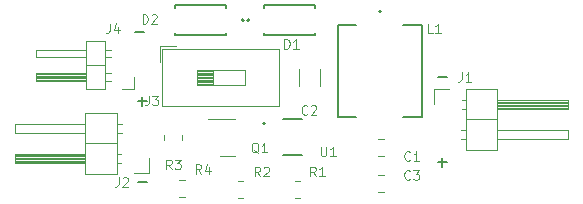
<source format=gto>
%TF.GenerationSoftware,KiCad,Pcbnew,8.0.1*%
%TF.CreationDate,2024-04-05T16:28:00+11:00*%
%TF.ProjectId,Tiny Solar Supply,54696e79-2053-46f6-9c61-722053757070,rev?*%
%TF.SameCoordinates,Original*%
%TF.FileFunction,Legend,Top*%
%TF.FilePolarity,Positive*%
%FSLAX46Y46*%
G04 Gerber Fmt 4.6, Leading zero omitted, Abs format (unit mm)*
G04 Created by KiCad (PCBNEW 8.0.1) date 2024-04-05 16:28:00*
%MOMM*%
%LPD*%
G01*
G04 APERTURE LIST*
%ADD10C,0.150000*%
%ADD11C,0.100000*%
%ADD12C,0.120000*%
%ADD13C,0.127000*%
%ADD14C,0.200000*%
%ADD15C,0.152400*%
G04 APERTURE END LIST*
D10*
X150958779Y-113280866D02*
X151720684Y-113280866D01*
X176612779Y-124288866D02*
X177374684Y-124288866D01*
X176993731Y-124669819D02*
X176993731Y-123907914D01*
X151212779Y-119122866D02*
X151974684Y-119122866D01*
X151593731Y-119503819D02*
X151593731Y-118741914D01*
X151212779Y-125980866D02*
X151974684Y-125980866D01*
X176612779Y-117090866D02*
X177374684Y-117090866D01*
D11*
X161423809Y-123541085D02*
X161347619Y-123502990D01*
X161347619Y-123502990D02*
X161271428Y-123426800D01*
X161271428Y-123426800D02*
X161157142Y-123312514D01*
X161157142Y-123312514D02*
X161080952Y-123274419D01*
X161080952Y-123274419D02*
X161004761Y-123274419D01*
X161042857Y-123464895D02*
X160966666Y-123426800D01*
X160966666Y-123426800D02*
X160890476Y-123350609D01*
X160890476Y-123350609D02*
X160852380Y-123198228D01*
X160852380Y-123198228D02*
X160852380Y-122931561D01*
X160852380Y-122931561D02*
X160890476Y-122779180D01*
X160890476Y-122779180D02*
X160966666Y-122702990D01*
X160966666Y-122702990D02*
X161042857Y-122664895D01*
X161042857Y-122664895D02*
X161195238Y-122664895D01*
X161195238Y-122664895D02*
X161271428Y-122702990D01*
X161271428Y-122702990D02*
X161347619Y-122779180D01*
X161347619Y-122779180D02*
X161385714Y-122931561D01*
X161385714Y-122931561D02*
X161385714Y-123198228D01*
X161385714Y-123198228D02*
X161347619Y-123350609D01*
X161347619Y-123350609D02*
X161271428Y-123426800D01*
X161271428Y-123426800D02*
X161195238Y-123464895D01*
X161195238Y-123464895D02*
X161042857Y-123464895D01*
X162147618Y-123464895D02*
X161690475Y-123464895D01*
X161919047Y-123464895D02*
X161919047Y-122664895D01*
X161919047Y-122664895D02*
X161842856Y-122779180D01*
X161842856Y-122779180D02*
X161766666Y-122855371D01*
X161766666Y-122855371D02*
X161690475Y-122893466D01*
X151609524Y-112564895D02*
X151609524Y-111764895D01*
X151609524Y-111764895D02*
X151800000Y-111764895D01*
X151800000Y-111764895D02*
X151914286Y-111802990D01*
X151914286Y-111802990D02*
X151990476Y-111879180D01*
X151990476Y-111879180D02*
X152028571Y-111955371D01*
X152028571Y-111955371D02*
X152066667Y-112107752D01*
X152066667Y-112107752D02*
X152066667Y-112222038D01*
X152066667Y-112222038D02*
X152028571Y-112374419D01*
X152028571Y-112374419D02*
X151990476Y-112450609D01*
X151990476Y-112450609D02*
X151914286Y-112526800D01*
X151914286Y-112526800D02*
X151800000Y-112564895D01*
X151800000Y-112564895D02*
X151609524Y-112564895D01*
X152371428Y-111841085D02*
X152409524Y-111802990D01*
X152409524Y-111802990D02*
X152485714Y-111764895D01*
X152485714Y-111764895D02*
X152676190Y-111764895D01*
X152676190Y-111764895D02*
X152752381Y-111802990D01*
X152752381Y-111802990D02*
X152790476Y-111841085D01*
X152790476Y-111841085D02*
X152828571Y-111917276D01*
X152828571Y-111917276D02*
X152828571Y-111993466D01*
X152828571Y-111993466D02*
X152790476Y-112107752D01*
X152790476Y-112107752D02*
X152333333Y-112564895D01*
X152333333Y-112564895D02*
X152828571Y-112564895D01*
X156566667Y-125264895D02*
X156300000Y-124883942D01*
X156109524Y-125264895D02*
X156109524Y-124464895D01*
X156109524Y-124464895D02*
X156414286Y-124464895D01*
X156414286Y-124464895D02*
X156490476Y-124502990D01*
X156490476Y-124502990D02*
X156528571Y-124541085D01*
X156528571Y-124541085D02*
X156566667Y-124617276D01*
X156566667Y-124617276D02*
X156566667Y-124731561D01*
X156566667Y-124731561D02*
X156528571Y-124807752D01*
X156528571Y-124807752D02*
X156490476Y-124845847D01*
X156490476Y-124845847D02*
X156414286Y-124883942D01*
X156414286Y-124883942D02*
X156109524Y-124883942D01*
X157252381Y-124731561D02*
X157252381Y-125264895D01*
X157061905Y-124426800D02*
X156871428Y-124998228D01*
X156871428Y-124998228D02*
X157366667Y-124998228D01*
X161566667Y-125464895D02*
X161300000Y-125083942D01*
X161109524Y-125464895D02*
X161109524Y-124664895D01*
X161109524Y-124664895D02*
X161414286Y-124664895D01*
X161414286Y-124664895D02*
X161490476Y-124702990D01*
X161490476Y-124702990D02*
X161528571Y-124741085D01*
X161528571Y-124741085D02*
X161566667Y-124817276D01*
X161566667Y-124817276D02*
X161566667Y-124931561D01*
X161566667Y-124931561D02*
X161528571Y-125007752D01*
X161528571Y-125007752D02*
X161490476Y-125045847D01*
X161490476Y-125045847D02*
X161414286Y-125083942D01*
X161414286Y-125083942D02*
X161109524Y-125083942D01*
X161871428Y-124741085D02*
X161909524Y-124702990D01*
X161909524Y-124702990D02*
X161985714Y-124664895D01*
X161985714Y-124664895D02*
X162176190Y-124664895D01*
X162176190Y-124664895D02*
X162252381Y-124702990D01*
X162252381Y-124702990D02*
X162290476Y-124741085D01*
X162290476Y-124741085D02*
X162328571Y-124817276D01*
X162328571Y-124817276D02*
X162328571Y-124893466D01*
X162328571Y-124893466D02*
X162290476Y-125007752D01*
X162290476Y-125007752D02*
X161833333Y-125464895D01*
X161833333Y-125464895D02*
X162328571Y-125464895D01*
X174266667Y-125688704D02*
X174228571Y-125726800D01*
X174228571Y-125726800D02*
X174114286Y-125764895D01*
X174114286Y-125764895D02*
X174038095Y-125764895D01*
X174038095Y-125764895D02*
X173923809Y-125726800D01*
X173923809Y-125726800D02*
X173847619Y-125650609D01*
X173847619Y-125650609D02*
X173809524Y-125574419D01*
X173809524Y-125574419D02*
X173771428Y-125422038D01*
X173771428Y-125422038D02*
X173771428Y-125307752D01*
X173771428Y-125307752D02*
X173809524Y-125155371D01*
X173809524Y-125155371D02*
X173847619Y-125079180D01*
X173847619Y-125079180D02*
X173923809Y-125002990D01*
X173923809Y-125002990D02*
X174038095Y-124964895D01*
X174038095Y-124964895D02*
X174114286Y-124964895D01*
X174114286Y-124964895D02*
X174228571Y-125002990D01*
X174228571Y-125002990D02*
X174266667Y-125041085D01*
X174533333Y-124964895D02*
X175028571Y-124964895D01*
X175028571Y-124964895D02*
X174761905Y-125269657D01*
X174761905Y-125269657D02*
X174876190Y-125269657D01*
X174876190Y-125269657D02*
X174952381Y-125307752D01*
X174952381Y-125307752D02*
X174990476Y-125345847D01*
X174990476Y-125345847D02*
X175028571Y-125422038D01*
X175028571Y-125422038D02*
X175028571Y-125612514D01*
X175028571Y-125612514D02*
X174990476Y-125688704D01*
X174990476Y-125688704D02*
X174952381Y-125726800D01*
X174952381Y-125726800D02*
X174876190Y-125764895D01*
X174876190Y-125764895D02*
X174647619Y-125764895D01*
X174647619Y-125764895D02*
X174571428Y-125726800D01*
X174571428Y-125726800D02*
X174533333Y-125688704D01*
X163609524Y-114664895D02*
X163609524Y-113864895D01*
X163609524Y-113864895D02*
X163800000Y-113864895D01*
X163800000Y-113864895D02*
X163914286Y-113902990D01*
X163914286Y-113902990D02*
X163990476Y-113979180D01*
X163990476Y-113979180D02*
X164028571Y-114055371D01*
X164028571Y-114055371D02*
X164066667Y-114207752D01*
X164066667Y-114207752D02*
X164066667Y-114322038D01*
X164066667Y-114322038D02*
X164028571Y-114474419D01*
X164028571Y-114474419D02*
X163990476Y-114550609D01*
X163990476Y-114550609D02*
X163914286Y-114626800D01*
X163914286Y-114626800D02*
X163800000Y-114664895D01*
X163800000Y-114664895D02*
X163609524Y-114664895D01*
X164828571Y-114664895D02*
X164371428Y-114664895D01*
X164600000Y-114664895D02*
X164600000Y-113864895D01*
X164600000Y-113864895D02*
X164523809Y-113979180D01*
X164523809Y-113979180D02*
X164447619Y-114055371D01*
X164447619Y-114055371D02*
X164371428Y-114093466D01*
X149593333Y-125548895D02*
X149593333Y-126120323D01*
X149593333Y-126120323D02*
X149555238Y-126234609D01*
X149555238Y-126234609D02*
X149479047Y-126310800D01*
X149479047Y-126310800D02*
X149364762Y-126348895D01*
X149364762Y-126348895D02*
X149288571Y-126348895D01*
X149936190Y-125625085D02*
X149974286Y-125586990D01*
X149974286Y-125586990D02*
X150050476Y-125548895D01*
X150050476Y-125548895D02*
X150240952Y-125548895D01*
X150240952Y-125548895D02*
X150317143Y-125586990D01*
X150317143Y-125586990D02*
X150355238Y-125625085D01*
X150355238Y-125625085D02*
X150393333Y-125701276D01*
X150393333Y-125701276D02*
X150393333Y-125777466D01*
X150393333Y-125777466D02*
X150355238Y-125891752D01*
X150355238Y-125891752D02*
X149898095Y-126348895D01*
X149898095Y-126348895D02*
X150393333Y-126348895D01*
X176166666Y-113364895D02*
X175785714Y-113364895D01*
X175785714Y-113364895D02*
X175785714Y-112564895D01*
X176852380Y-113364895D02*
X176395237Y-113364895D01*
X176623809Y-113364895D02*
X176623809Y-112564895D01*
X176623809Y-112564895D02*
X176547618Y-112679180D01*
X176547618Y-112679180D02*
X176471428Y-112755371D01*
X176471428Y-112755371D02*
X176395237Y-112793466D01*
X166266667Y-125464895D02*
X166000000Y-125083942D01*
X165809524Y-125464895D02*
X165809524Y-124664895D01*
X165809524Y-124664895D02*
X166114286Y-124664895D01*
X166114286Y-124664895D02*
X166190476Y-124702990D01*
X166190476Y-124702990D02*
X166228571Y-124741085D01*
X166228571Y-124741085D02*
X166266667Y-124817276D01*
X166266667Y-124817276D02*
X166266667Y-124931561D01*
X166266667Y-124931561D02*
X166228571Y-125007752D01*
X166228571Y-125007752D02*
X166190476Y-125045847D01*
X166190476Y-125045847D02*
X166114286Y-125083942D01*
X166114286Y-125083942D02*
X165809524Y-125083942D01*
X167028571Y-125464895D02*
X166571428Y-125464895D01*
X166800000Y-125464895D02*
X166800000Y-124664895D01*
X166800000Y-124664895D02*
X166723809Y-124779180D01*
X166723809Y-124779180D02*
X166647619Y-124855371D01*
X166647619Y-124855371D02*
X166571428Y-124893466D01*
X165566667Y-120188704D02*
X165528571Y-120226800D01*
X165528571Y-120226800D02*
X165414286Y-120264895D01*
X165414286Y-120264895D02*
X165338095Y-120264895D01*
X165338095Y-120264895D02*
X165223809Y-120226800D01*
X165223809Y-120226800D02*
X165147619Y-120150609D01*
X165147619Y-120150609D02*
X165109524Y-120074419D01*
X165109524Y-120074419D02*
X165071428Y-119922038D01*
X165071428Y-119922038D02*
X165071428Y-119807752D01*
X165071428Y-119807752D02*
X165109524Y-119655371D01*
X165109524Y-119655371D02*
X165147619Y-119579180D01*
X165147619Y-119579180D02*
X165223809Y-119502990D01*
X165223809Y-119502990D02*
X165338095Y-119464895D01*
X165338095Y-119464895D02*
X165414286Y-119464895D01*
X165414286Y-119464895D02*
X165528571Y-119502990D01*
X165528571Y-119502990D02*
X165566667Y-119541085D01*
X165871428Y-119541085D02*
X165909524Y-119502990D01*
X165909524Y-119502990D02*
X165985714Y-119464895D01*
X165985714Y-119464895D02*
X166176190Y-119464895D01*
X166176190Y-119464895D02*
X166252381Y-119502990D01*
X166252381Y-119502990D02*
X166290476Y-119541085D01*
X166290476Y-119541085D02*
X166328571Y-119617276D01*
X166328571Y-119617276D02*
X166328571Y-119693466D01*
X166328571Y-119693466D02*
X166290476Y-119807752D01*
X166290476Y-119807752D02*
X165833333Y-120264895D01*
X165833333Y-120264895D02*
X166328571Y-120264895D01*
X148831333Y-112564895D02*
X148831333Y-113136323D01*
X148831333Y-113136323D02*
X148793238Y-113250609D01*
X148793238Y-113250609D02*
X148717047Y-113326800D01*
X148717047Y-113326800D02*
X148602762Y-113364895D01*
X148602762Y-113364895D02*
X148526571Y-113364895D01*
X149555143Y-112831561D02*
X149555143Y-113364895D01*
X149364667Y-112526800D02*
X149174190Y-113098228D01*
X149174190Y-113098228D02*
X149669429Y-113098228D01*
X166690476Y-122964895D02*
X166690476Y-123612514D01*
X166690476Y-123612514D02*
X166728571Y-123688704D01*
X166728571Y-123688704D02*
X166766666Y-123726800D01*
X166766666Y-123726800D02*
X166842857Y-123764895D01*
X166842857Y-123764895D02*
X166995238Y-123764895D01*
X166995238Y-123764895D02*
X167071428Y-123726800D01*
X167071428Y-123726800D02*
X167109523Y-123688704D01*
X167109523Y-123688704D02*
X167147619Y-123612514D01*
X167147619Y-123612514D02*
X167147619Y-122964895D01*
X167947618Y-123764895D02*
X167490475Y-123764895D01*
X167719047Y-123764895D02*
X167719047Y-122964895D01*
X167719047Y-122964895D02*
X167642856Y-123079180D01*
X167642856Y-123079180D02*
X167566666Y-123155371D01*
X167566666Y-123155371D02*
X167490475Y-123193466D01*
X178633333Y-116664895D02*
X178633333Y-117236323D01*
X178633333Y-117236323D02*
X178595238Y-117350609D01*
X178595238Y-117350609D02*
X178519047Y-117426800D01*
X178519047Y-117426800D02*
X178404762Y-117464895D01*
X178404762Y-117464895D02*
X178328571Y-117464895D01*
X179433333Y-117464895D02*
X178976190Y-117464895D01*
X179204762Y-117464895D02*
X179204762Y-116664895D01*
X179204762Y-116664895D02*
X179128571Y-116779180D01*
X179128571Y-116779180D02*
X179052381Y-116855371D01*
X179052381Y-116855371D02*
X178976190Y-116893466D01*
X154066667Y-124864895D02*
X153800000Y-124483942D01*
X153609524Y-124864895D02*
X153609524Y-124064895D01*
X153609524Y-124064895D02*
X153914286Y-124064895D01*
X153914286Y-124064895D02*
X153990476Y-124102990D01*
X153990476Y-124102990D02*
X154028571Y-124141085D01*
X154028571Y-124141085D02*
X154066667Y-124217276D01*
X154066667Y-124217276D02*
X154066667Y-124331561D01*
X154066667Y-124331561D02*
X154028571Y-124407752D01*
X154028571Y-124407752D02*
X153990476Y-124445847D01*
X153990476Y-124445847D02*
X153914286Y-124483942D01*
X153914286Y-124483942D02*
X153609524Y-124483942D01*
X154333333Y-124064895D02*
X154828571Y-124064895D01*
X154828571Y-124064895D02*
X154561905Y-124369657D01*
X154561905Y-124369657D02*
X154676190Y-124369657D01*
X154676190Y-124369657D02*
X154752381Y-124407752D01*
X154752381Y-124407752D02*
X154790476Y-124445847D01*
X154790476Y-124445847D02*
X154828571Y-124522038D01*
X154828571Y-124522038D02*
X154828571Y-124712514D01*
X154828571Y-124712514D02*
X154790476Y-124788704D01*
X154790476Y-124788704D02*
X154752381Y-124826800D01*
X154752381Y-124826800D02*
X154676190Y-124864895D01*
X154676190Y-124864895D02*
X154447619Y-124864895D01*
X154447619Y-124864895D02*
X154371428Y-124826800D01*
X154371428Y-124826800D02*
X154333333Y-124788704D01*
X152133333Y-118664895D02*
X152133333Y-119236323D01*
X152133333Y-119236323D02*
X152095238Y-119350609D01*
X152095238Y-119350609D02*
X152019047Y-119426800D01*
X152019047Y-119426800D02*
X151904762Y-119464895D01*
X151904762Y-119464895D02*
X151828571Y-119464895D01*
X152438095Y-118664895D02*
X152933333Y-118664895D01*
X152933333Y-118664895D02*
X152666667Y-118969657D01*
X152666667Y-118969657D02*
X152780952Y-118969657D01*
X152780952Y-118969657D02*
X152857143Y-119007752D01*
X152857143Y-119007752D02*
X152895238Y-119045847D01*
X152895238Y-119045847D02*
X152933333Y-119122038D01*
X152933333Y-119122038D02*
X152933333Y-119312514D01*
X152933333Y-119312514D02*
X152895238Y-119388704D01*
X152895238Y-119388704D02*
X152857143Y-119426800D01*
X152857143Y-119426800D02*
X152780952Y-119464895D01*
X152780952Y-119464895D02*
X152552381Y-119464895D01*
X152552381Y-119464895D02*
X152476190Y-119426800D01*
X152476190Y-119426800D02*
X152438095Y-119388704D01*
X174266667Y-124088704D02*
X174228571Y-124126800D01*
X174228571Y-124126800D02*
X174114286Y-124164895D01*
X174114286Y-124164895D02*
X174038095Y-124164895D01*
X174038095Y-124164895D02*
X173923809Y-124126800D01*
X173923809Y-124126800D02*
X173847619Y-124050609D01*
X173847619Y-124050609D02*
X173809524Y-123974419D01*
X173809524Y-123974419D02*
X173771428Y-123822038D01*
X173771428Y-123822038D02*
X173771428Y-123707752D01*
X173771428Y-123707752D02*
X173809524Y-123555371D01*
X173809524Y-123555371D02*
X173847619Y-123479180D01*
X173847619Y-123479180D02*
X173923809Y-123402990D01*
X173923809Y-123402990D02*
X174038095Y-123364895D01*
X174038095Y-123364895D02*
X174114286Y-123364895D01*
X174114286Y-123364895D02*
X174228571Y-123402990D01*
X174228571Y-123402990D02*
X174266667Y-123441085D01*
X175028571Y-124164895D02*
X174571428Y-124164895D01*
X174800000Y-124164895D02*
X174800000Y-123364895D01*
X174800000Y-123364895D02*
X174723809Y-123479180D01*
X174723809Y-123479180D02*
X174647619Y-123555371D01*
X174647619Y-123555371D02*
X174571428Y-123593466D01*
D12*
%TO.C,Q1*%
X158828500Y-120614000D02*
X157153500Y-120614000D01*
X158828500Y-120614000D02*
X159478500Y-120614000D01*
X158828500Y-123734000D02*
X158178500Y-123734000D01*
X158828500Y-123734000D02*
X159478500Y-123734000D01*
D13*
%TO.C,D2*%
X154382000Y-110988000D02*
X154382000Y-111198000D01*
X154382000Y-113338000D02*
X154382000Y-113548000D01*
X154382000Y-113548000D02*
X158712000Y-113548000D01*
X158712000Y-110988000D02*
X154382000Y-110988000D01*
X158712000Y-110988000D02*
X158712000Y-111198000D01*
X158712000Y-113548000D02*
X158712000Y-113338000D01*
D14*
X160647000Y-112268000D02*
G75*
G02*
X160447000Y-112268000I-100000J0D01*
G01*
X160447000Y-112268000D02*
G75*
G02*
X160647000Y-112268000I100000J0D01*
G01*
D12*
%TO.C,R4*%
X154712936Y-125757000D02*
X155167064Y-125757000D01*
X154712936Y-127227000D02*
X155167064Y-127227000D01*
%TO.C,R2*%
X160120064Y-125884000D02*
X159665936Y-125884000D01*
X160120064Y-127354000D02*
X159665936Y-127354000D01*
%TO.C,C3*%
X172092252Y-125376000D02*
X171569748Y-125376000D01*
X172092252Y-126846000D02*
X171569748Y-126846000D01*
D13*
%TO.C,D1*%
X161919000Y-110988000D02*
X161919000Y-111198000D01*
X161919000Y-113548000D02*
X161919000Y-113338000D01*
X161919000Y-113548000D02*
X166249000Y-113548000D01*
X166249000Y-110988000D02*
X161919000Y-110988000D01*
X166249000Y-111198000D02*
X166249000Y-110988000D01*
X166249000Y-113548000D02*
X166249000Y-113338000D01*
D14*
X160184000Y-112268000D02*
G75*
G02*
X159984000Y-112268000I-100000J0D01*
G01*
X159984000Y-112268000D02*
G75*
G02*
X160184000Y-112268000I100000J0D01*
G01*
D12*
%TO.C,J2*%
X140776000Y-121032000D02*
X146776000Y-121032000D01*
X140776000Y-121792000D02*
X140776000Y-121032000D01*
X140776000Y-123572000D02*
X146776000Y-123572000D01*
X140776000Y-124332000D02*
X140776000Y-123572000D01*
X146776000Y-120082000D02*
X146776000Y-125282000D01*
X146776000Y-121792000D02*
X140776000Y-121792000D01*
X146776000Y-123672000D02*
X140776000Y-123672000D01*
X146776000Y-123792000D02*
X140776000Y-123792000D01*
X146776000Y-123912000D02*
X140776000Y-123912000D01*
X146776000Y-124032000D02*
X140776000Y-124032000D01*
X146776000Y-124152000D02*
X140776000Y-124152000D01*
X146776000Y-124272000D02*
X140776000Y-124272000D01*
X146776000Y-124332000D02*
X140776000Y-124332000D01*
X146776000Y-125282000D02*
X149436000Y-125282000D01*
X149436000Y-120082000D02*
X146776000Y-120082000D01*
X149436000Y-122682000D02*
X146776000Y-122682000D01*
X149436000Y-125282000D02*
X149436000Y-120082000D01*
X149766000Y-123572000D02*
X149436000Y-123572000D01*
X149766000Y-124332000D02*
X149436000Y-124332000D01*
X149833071Y-121032000D02*
X149436000Y-121032000D01*
X149833071Y-121792000D02*
X149436000Y-121792000D01*
X152146000Y-123952000D02*
X152146000Y-125222000D01*
X152146000Y-125222000D02*
X150876000Y-125222000D01*
D15*
%TO.C,L1*%
X168148000Y-112674400D02*
X168148000Y-120421400D01*
X168148000Y-120421400D02*
X169720260Y-120421400D01*
X169720260Y-112674400D02*
X168148000Y-112674400D01*
X173687740Y-120421400D02*
X175260000Y-120421400D01*
X175260000Y-112674400D02*
X173687740Y-112674400D01*
X175260000Y-120421400D02*
X175260000Y-112674400D01*
X171780200Y-111531400D02*
G75*
G02*
X171627800Y-111531400I-76200J0D01*
G01*
X171627800Y-111531400D02*
G75*
G02*
X171780200Y-111531400I76200J0D01*
G01*
D12*
%TO.C,R1*%
X164946064Y-125884000D02*
X164491936Y-125884000D01*
X164946064Y-127354000D02*
X164491936Y-127354000D01*
%TO.C,C2*%
X164825000Y-116382748D02*
X164825000Y-117805252D01*
X166645000Y-116382748D02*
X166645000Y-117805252D01*
%TO.C,J4*%
X142600000Y-114752000D02*
X146800000Y-114752000D01*
X142600000Y-115372000D02*
X142600000Y-114752000D01*
X142600000Y-116752000D02*
X146800000Y-116752000D01*
X142600000Y-117372000D02*
X142600000Y-116752000D01*
X146800000Y-114002000D02*
X146800000Y-118122000D01*
X146800000Y-115372000D02*
X142600000Y-115372000D01*
X146800000Y-116832000D02*
X142600000Y-116832000D01*
X146800000Y-116952000D02*
X142600000Y-116952000D01*
X146800000Y-117072000D02*
X142600000Y-117072000D01*
X146800000Y-117192000D02*
X142600000Y-117192000D01*
X146800000Y-117312000D02*
X142600000Y-117312000D01*
X146800000Y-117372000D02*
X142600000Y-117372000D01*
X146800000Y-118122000D02*
X148420000Y-118122000D01*
X148420000Y-114002000D02*
X146800000Y-114002000D01*
X148420000Y-116062000D02*
X146800000Y-116062000D01*
X148420000Y-118122000D02*
X148420000Y-114002000D01*
X148925000Y-116752000D02*
X148420000Y-116752000D01*
X148925000Y-117372000D02*
X148420000Y-117372000D01*
X148977886Y-114752000D02*
X148420000Y-114752000D01*
X148977886Y-115372000D02*
X148420000Y-115372000D01*
X150860000Y-117062000D02*
X150860000Y-118062000D01*
X150860000Y-118062000D02*
X149860000Y-118062000D01*
D13*
%TO.C,U1*%
X163538000Y-120654000D02*
X165138000Y-120654000D01*
X163538000Y-123694000D02*
X165138000Y-123694000D01*
D14*
X161988000Y-121024000D02*
G75*
G02*
X161788000Y-121024000I-100000J0D01*
G01*
X161788000Y-121024000D02*
G75*
G02*
X161988000Y-121024000I100000J0D01*
G01*
D12*
%TO.C,J1*%
X176276000Y-118110000D02*
X177546000Y-118110000D01*
X176276000Y-119380000D02*
X176276000Y-118110000D01*
X178588929Y-121540000D02*
X178986000Y-121540000D01*
X178588929Y-122300000D02*
X178986000Y-122300000D01*
X178656000Y-119000000D02*
X178986000Y-119000000D01*
X178656000Y-119760000D02*
X178986000Y-119760000D01*
X178986000Y-118050000D02*
X178986000Y-123250000D01*
X178986000Y-120650000D02*
X181646000Y-120650000D01*
X178986000Y-123250000D02*
X181646000Y-123250000D01*
X181646000Y-118050000D02*
X178986000Y-118050000D01*
X181646000Y-119000000D02*
X187646000Y-119000000D01*
X181646000Y-119060000D02*
X187646000Y-119060000D01*
X181646000Y-119180000D02*
X187646000Y-119180000D01*
X181646000Y-119300000D02*
X187646000Y-119300000D01*
X181646000Y-119420000D02*
X187646000Y-119420000D01*
X181646000Y-119540000D02*
X187646000Y-119540000D01*
X181646000Y-119660000D02*
X187646000Y-119660000D01*
X181646000Y-121540000D02*
X187646000Y-121540000D01*
X181646000Y-123250000D02*
X181646000Y-118050000D01*
X187646000Y-119000000D02*
X187646000Y-119760000D01*
X187646000Y-119760000D02*
X181646000Y-119760000D01*
X187646000Y-121540000D02*
X187646000Y-122300000D01*
X187646000Y-122300000D02*
X181646000Y-122300000D01*
%TO.C,R3*%
X153443000Y-121946936D02*
X153443000Y-122401064D01*
X154913000Y-121946936D02*
X154913000Y-122401064D01*
%TO.C,J3*%
X153052000Y-114434000D02*
X153052000Y-115817000D01*
X153052000Y-114434000D02*
X154436000Y-114434000D01*
X153292000Y-114674000D02*
X153292000Y-119514000D01*
X153292000Y-114674000D02*
X163192000Y-114674000D01*
X153292000Y-119514000D02*
X163192000Y-119514000D01*
X156212000Y-116459000D02*
X156212000Y-117729000D01*
X156212000Y-116579000D02*
X157565333Y-116579000D01*
X156212000Y-116699000D02*
X157565333Y-116699000D01*
X156212000Y-116819000D02*
X157565333Y-116819000D01*
X156212000Y-116939000D02*
X157565333Y-116939000D01*
X156212000Y-117059000D02*
X157565333Y-117059000D01*
X156212000Y-117179000D02*
X157565333Y-117179000D01*
X156212000Y-117299000D02*
X157565333Y-117299000D01*
X156212000Y-117419000D02*
X157565333Y-117419000D01*
X156212000Y-117539000D02*
X157565333Y-117539000D01*
X156212000Y-117659000D02*
X157565333Y-117659000D01*
X156212000Y-117729000D02*
X160272000Y-117729000D01*
X157565333Y-116459000D02*
X157565333Y-117729000D01*
X160272000Y-116459000D02*
X156212000Y-116459000D01*
X160272000Y-117729000D02*
X160272000Y-116459000D01*
X163192000Y-114674000D02*
X163192000Y-119514000D01*
%TO.C,C1*%
X171569748Y-122328000D02*
X172092252Y-122328000D01*
X171569748Y-123798000D02*
X172092252Y-123798000D01*
%TD*%
M02*

</source>
